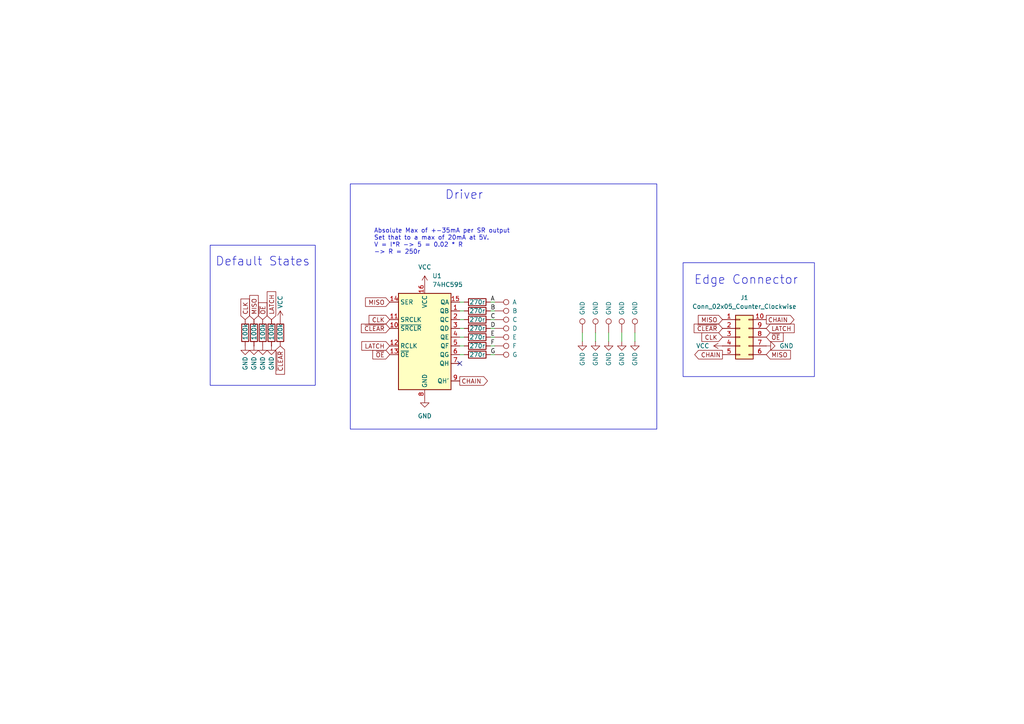
<source format=kicad_sch>
(kicad_sch (version 20231120) (generator "eeschema") (generator_version "8.0")
  (paper "A4")
  (title_block (title "RetroLite") (date "2025-01-11") (rev "B") (company "EEAN") (comment 1 "Ian Zanath"))
  (lib_symbols
    (symbol "74xx:74HC595"
      (property "Reference" "U" (at -7.62 13.97 0))
      (property "Value" "74HC595" (at -7.62 -16.51 0))
      (symbol "74HC595_1_0"
        (pin tri_state line (at 10.16 7.62 180) (length 2.54) (name "QB") (number "1"))
        (pin input line (at -10.16 2.54 0) (length 2.54) (name "~{SRCLR}") (number "10"))
        (pin input line (at -10.16 5.08 0) (length 2.54) (name "SRCLK") (number "11"))
        (pin input line (at -10.16 -2.54 0) (length 2.54) (name "RCLK") (number "12"))
        (pin input line (at -10.16 -5.08 0) (length 2.54) (name "~{OE}") (number "13"))
        (pin input line (at -10.16 10.16 0) (length 2.54) (name "SER") (number "14"))
        (pin tri_state line (at 10.16 10.16 180) (length 2.54) (name "QA") (number "15"))
        (pin power_in line (at 0 15.24 270) (length 2.54) (name "VCC") (number "16"))
        (pin tri_state line (at 10.16 5.08 180) (length 2.54) (name "QC") (number "2"))
        (pin tri_state line (at 10.16 2.54 180) (length 2.54) (name "QD") (number "3"))
        (pin tri_state line (at 10.16 0 180) (length 2.54) (name "QE") (number "4"))
        (pin tri_state line (at 10.16 -2.54 180) (length 2.54) (name "QF") (number "5"))
        (pin tri_state line (at 10.16 -5.08 180) (length 2.54) (name "QG") (number "6"))
        (pin tri_state line (at 10.16 -7.62 180) (length 2.54) (name "QH") (number "7"))
        (pin power_in line (at 0 -17.78 90) (length 2.54) (name "GND") (number "8"))
        (pin output line (at 10.16 -12.7 180) (length 2.54) (name "QH'") (number "9"))
      )
      (symbol "74HC595_1_1"
        (rectangle (start -7.62 12.7) (end 7.62 -15.24) (stroke (width 0.254)) (fill (type background)))
      )
    )
    (symbol "Connector:TestPoint" (pin_numbers hide) (pin_names (offset 0.762) hide)
      (property "Reference" "TP" (at 0 6.858 0))
      (property "Value" "TestPoint" (at 0 5.08 0))
      (symbol "TestPoint_0_1"
        (circle (center 0 3.302) (radius 0.762))
      )
      (symbol "TestPoint_1_1"
        (pin passive line (at 0 0 90) (length 2.54) (name "1") (number "1"))
      )
    )
    (symbol "Connector_Generic:Conn_02x05_Counter_Clockwise" (pin_names (offset 1.016) hide)
      (property "Reference" "J" (at 1.27 7.62 0))
      (property "Value" "Conn_02x05_Counter_Clockwise" (at 1.27 -7.62 0))
      (symbol "Conn_02x05_Counter_Clockwise_1_1"
        (rectangle (start -1.27 -4.953) (end 0 -5.207) (stroke (width 0.1524)))
        (rectangle (start -1.27 -2.413) (end 0 -2.667) (stroke (width 0.1524)))
        (rectangle (start -1.27 0.127) (end 0 -0.127) (stroke (width 0.1524)))
        (rectangle (start -1.27 2.667) (end 0 2.413) (stroke (width 0.1524)))
        (rectangle (start -1.27 5.207) (end 0 4.953) (stroke (width 0.1524)))
        (rectangle (start -1.27 6.35) (end 3.81 -6.35) (stroke (width 0.254)) (fill (type background)))
        (rectangle (start 3.81 -4.953) (end 2.54 -5.207) (stroke (width 0.1524)))
        (rectangle (start 3.81 -2.413) (end 2.54 -2.667) (stroke (width 0.1524)))
        (rectangle (start 3.81 0.127) (end 2.54 -0.127) (stroke (width 0.1524)))
        (rectangle (start 3.81 2.667) (end 2.54 2.413) (stroke (width 0.1524)))
        (rectangle (start 3.81 5.207) (end 2.54 4.953) (stroke (width 0.1524)))
        (pin passive line (at -5.08 5.08 0) (length 3.81) (name "Pin_1") (number "1"))
        (pin passive line (at 7.62 5.08 180) (length 3.81) (name "Pin_10") (number "10"))
        (pin passive line (at -5.08 2.54 0) (length 3.81) (name "Pin_2") (number "2"))
        (pin passive line (at -5.08 0 0) (length 3.81) (name "Pin_3") (number "3"))
        (pin passive line (at -5.08 -2.54 0) (length 3.81) (name "Pin_4") (number "4"))
        (pin passive line (at -5.08 -5.08 0) (length 3.81) (name "Pin_5") (number "5"))
        (pin passive line (at 7.62 -5.08 180) (length 3.81) (name "Pin_6") (number "6"))
        (pin passive line (at 7.62 -2.54 180) (length 3.81) (name "Pin_7") (number "7"))
        (pin passive line (at 7.62 0 180) (length 3.81) (name "Pin_8") (number "8"))
        (pin passive line (at 7.62 2.54 180) (length 3.81) (name "Pin_9") (number "9"))
      )
    )
    (symbol "Device:R" (pin_numbers hide) (pin_names (offset 0))
      (property "Reference" "R" (at 2.032 0 90))
      (property "Value" "R" (at 0 0 90))
      (symbol "R_0_1"
        (rectangle (start -1.016 -2.54) (end 1.016 2.54) (stroke (width 0.254)))
      )
      (symbol "R_1_1"
        (pin passive line (at 0 3.81 270) (length 1.27) (name "~") (number "1"))
        (pin passive line (at 0 -3.81 90) (length 1.27) (name "~") (number "2"))
      )
    )
    (symbol "power:GND" (power) (pin_numbers hide) (pin_names (offset 0) hide)
      (property "Value" "GND" (at 0 -3.81 0))
      (symbol "GND_0_1"
        (polyline (pts (xy 0 0) (xy 0 -1.27) (xy 1.27 -1.27) (xy 0 -2.54) (xy -1.27 -1.27) (xy 0 -1.27)))
      )
      (symbol "GND_1_1"
        (pin power_in line (at 0 0 270) (length 0) (name "~") (number "1"))
      )
    )
    (symbol "power:VCC" (power) (pin_numbers hide) (pin_names (offset 0) hide)
      (property "Value" "VCC" (at 0 3.556 0))
      (symbol "VCC_0_1"
        (polyline (pts (xy -0.762 1.27) (xy 0 2.54)))
        (polyline (pts (xy 0 0) (xy 0 2.54)))
        (polyline (pts (xy 0 2.54) (xy 0.762 1.27)))
      )
      (symbol "VCC_1_1"
        (pin power_in line (at 0 0 90) (length 0) (name "~") (number "1"))
      )
    )
  )
  (no_connect (at 133.35 105.41))
  (wire (pts (xy 133.35 95.25) (xy 134.62 95.25)))
  (wire (pts (xy 180.34 96.52) (xy 180.34 99.06)))
  (wire (pts (xy 133.35 87.63) (xy 134.62 87.63)))
  (wire (pts (xy 142.24 90.17) (xy 143.51 90.17)))
  (wire (pts (xy 133.35 90.17) (xy 134.62 90.17)))
  (wire (pts (xy 172.72 96.52) (xy 172.72 99.06)))
  (wire (pts (xy 133.35 97.79) (xy 134.62 97.79)))
  (wire (pts (xy 133.35 92.71) (xy 134.62 92.71)))
  (wire (pts (xy 184.15 96.52) (xy 184.15 99.06)))
  (wire (pts (xy 133.35 100.33) (xy 134.62 100.33)))
  (wire (pts (xy 168.91 96.52) (xy 168.91 99.06)))
  (wire (pts (xy 142.24 97.79) (xy 143.51 97.79)))
  (wire (pts (xy 133.35 102.87) (xy 134.62 102.87)))
  (wire (pts (xy 142.24 100.33) (xy 143.51 100.33)))
  (wire (pts (xy 142.24 102.87) (xy 143.51 102.87)))
  (wire (pts (xy 142.24 95.25) (xy 143.51 95.25)))
  (wire (pts (xy 142.24 87.63) (xy 143.51 87.63)))
  (wire (pts (xy 176.53 96.52) (xy 176.53 99.06)))
  (wire (pts (xy 142.24 92.71) (xy 143.51 92.71)))
  (rectangle (start 198.12 76.2) (end 236.22 109.22))
  (rectangle (start 60.96 71.12) (end 91.44 111.76))
  (rectangle (start 101.6 53.34) (end 190.5 124.46))
  (text "Default States" (at 76.2 75.946 0) (effects (font (size 2.54 2.54))))
  (text "Absolute Max of +-35mA per SR output\nSet that to a max of 20mA at 5V.\nV = I*R -> 5 = 0.02 * R\n-> R = 250r" (at 108.458 70.104 0) (effects (font (size 1.27 1.27)) (justify left)))
  (text "Driver" (at 134.62 56.642 0) (effects (font (size 2.54 2.54))))
  (text "Edge Connector" (at 216.408 81.28 0) (effects (font (size 2.54 2.54))))
  (label "B" (at 142.24 90.17 0))
  (label "F" (at 142.24 100.33 0))
  (label "D" (at 142.24 95.25 0))
  (label "E" (at 142.24 97.79 0))
  (label "A" (at 142.24 87.63 0))
  (label "G" (at 142.24 102.87 0))
  (label "C" (at 142.24 92.71 0))
  (global_label "MISO" (shape input) (at 209.55 92.71 180) (property "Intersheetrefs" "${INTERSHEET_REFS}" (effects (hide yes))))
  (global_label "CLK" (shape input) (at 209.55 97.79 180) (property "Intersheetrefs" "${INTERSHEET_REFS}" (effects (hide yes))))
  (global_label "LATCH" (shape input) (at 222.25 95.25 0) (property "Intersheetrefs" "${INTERSHEET_REFS}" (effects (hide yes))))
  (global_label "CHAIN" (shape output) (at 209.55 102.87 180) (property "Intersheetrefs" "${INTERSHEET_REFS}" (effects (hide yes))))
  (global_label "MISO" (shape input) (at 113.03 87.63 180) (property "Intersheetrefs" "${INTERSHEET_REFS}" (effects (hide yes))))
  (global_label "LATCH" (shape input) (at 78.74 92.71 90) (property "Intersheetrefs" "${INTERSHEET_REFS}" (effects (hide yes))))
  (global_label "~{OE}" (shape input) (at 222.25 97.79 0) (property "Intersheetrefs" "${INTERSHEET_REFS}" (effects (hide yes))))
  (global_label "MISO" (shape input) (at 73.66 92.71 90) (property "Intersheetrefs" "${INTERSHEET_REFS}" (effects (hide yes))))
  (global_label "~{CLEAR}" (shape input) (at 81.28 100.33 270) (property "Intersheetrefs" "${INTERSHEET_REFS}" (effects (hide yes))))
  (global_label "~{OE}" (shape input) (at 113.03 102.87 180) (property "Intersheetrefs" "${INTERSHEET_REFS}" (effects (hide yes))))
  (global_label "MISO" (shape input) (at 222.25 102.87 0) (property "Intersheetrefs" "${INTERSHEET_REFS}" (effects (hide yes))))
  (global_label "CLK" (shape input) (at 113.03 92.71 180) (property "Intersheetrefs" "${INTERSHEET_REFS}" (effects (hide yes))))
  (global_label "LATCH" (shape input) (at 113.03 100.33 180) (property "Intersheetrefs" "${INTERSHEET_REFS}" (effects (hide yes))))
  (global_label "~{OE}" (shape input) (at 76.2 92.71 90) (property "Intersheetrefs" "${INTERSHEET_REFS}" (effects (hide yes))))
  (global_label "CLK" (shape input) (at 71.12 92.71 90) (property "Intersheetrefs" "${INTERSHEET_REFS}" (effects (hide yes))))
  (global_label "CHAIN" (shape output) (at 222.25 92.71 0) (property "Intersheetrefs" "${INTERSHEET_REFS}" (effects (hide yes))))
  (global_label "CHAIN" (shape output) (at 133.35 110.49 0) (property "Intersheetrefs" "${INTERSHEET_REFS}" (effects (hide yes))))
  (global_label "~{CLEAR}" (shape input) (at 113.03 95.25 180) (property "Intersheetrefs" "${INTERSHEET_REFS}" (effects (hide yes))))
  (global_label "~{CLEAR}" (shape input) (at 209.55 95.25 180) (property "Intersheetrefs" "${INTERSHEET_REFS}" (effects (hide yes))))
  (symbol (lib_id "power:GND") (at 123.19 115.57 0) (unit 1)
    (property "Reference" "#PWR02" (effects (hide yes)))
    (property "Value" "GND" (at 123.19 120.65 0))
    (property "Description" "Power symbol creates a global label with name \"GND\" , ground" (effects (hide yes)))
  )
  (symbol (lib_id "Device:R") (at 138.43 92.71 90) (unit 1)
    (property "Reference" "R8" (effects (hide yes)))
    (property "Value" "270r" (at 138.43 92.71 90))
    (property "Footprint" "Resistor_SMD:R_0603_1608Metric" (effects (hide yes)))
    (property "Description" "Resistor" (effects (hide yes)))
  )
  (symbol (lib_id "Device:R") (at 73.66 96.52 180) (unit 1)
    (property "Reference" "R3" (effects (hide yes)))
    (property "Value" "100k" (at 73.66 96.266 90))
    (property "Footprint" "Resistor_SMD:R_0603_1608Metric" (effects (hide yes)))
    (property "Description" "Resistor" (effects (hide yes)))
  )
  (symbol (lib_id "Device:R") (at 138.43 95.25 90) (unit 1)
    (property "Reference" "R9" (effects (hide yes)))
    (property "Value" "270r" (at 138.43 95.25 90))
    (property "Footprint" "Resistor_SMD:R_0603_1608Metric" (effects (hide yes)))
    (property "Description" "Resistor" (effects (hide yes)))
  )
  (symbol (lib_id "Device:R") (at 76.2 96.52 180) (unit 1)
    (property "Reference" "R2" (effects (hide yes)))
    (property "Value" "100k" (at 76.2 96.266 90))
    (property "Footprint" "Resistor_SMD:R_0603_1608Metric" (effects (hide yes)))
    (property "Description" "Resistor" (effects (hide yes)))
  )
  (symbol (lib_id "Device:R") (at 138.43 102.87 90) (unit 1)
    (property "Reference" "R12" (effects (hide yes)))
    (property "Value" "270r" (at 138.43 102.87 90))
    (property "Footprint" "Resistor_SMD:R_0603_1608Metric" (effects (hide yes)))
    (property "Description" "Resistor" (effects (hide yes)))
  )
  (symbol (lib_id "Connector:TestPoint") (at 143.51 102.87 270) (unit 1)
    (property "Reference" "TP8" (effects (hide yes)))
    (property "Value" "G" (at 148.59 102.87 90) (effects (justify left)))
    (property "Footprint" "footprints:led_landing_pad" (effects (hide yes)))
    (property "Description" "test point" (effects (hide yes)))
  )
  (symbol (lib_id "power:GND") (at 172.72 99.06 0) (unit 1)
    (property "Reference" "#PWR09" (effects (hide yes)))
    (property "Value" "GND" (at 172.72 104.14 90))
    (property "Description" "Power symbol creates a global label with name \"GND\" , ground" (effects (hide yes)))
  )
  (symbol (lib_id "Connector:TestPoint") (at 143.51 97.79 270) (unit 1)
    (property "Reference" "TP6" (effects (hide yes)))
    (property "Value" "E" (at 148.59 97.79 90) (effects (justify left)))
    (property "Footprint" "footprints:led_landing_pad" (effects (hide yes)))
    (property "Description" "test point" (effects (hide yes)))
  )
  (symbol (lib_id "Device:R") (at 138.43 100.33 90) (unit 1)
    (property "Reference" "R11" (effects (hide yes)))
    (property "Value" "270r" (at 138.43 100.33 90))
    (property "Footprint" "Resistor_SMD:R_0603_1608Metric" (effects (hide yes)))
    (property "Description" "Resistor" (effects (hide yes)))
  )
  (symbol (lib_id "Connector:TestPoint") (at 168.91 96.52 0) (unit 1)
    (property "Reference" "TP9" (effects (hide yes)))
    (property "Value" "GND" (at 168.91 91.44 90) (effects (justify left)))
    (property "Footprint" "footprints:led_landing_pad" (effects (hide yes)))
    (property "Description" "test point" (effects (hide yes)))
  )
  (symbol (lib_id "power:GND") (at 222.25 100.33 90) (unit 1)
    (property "Reference" "#PWR014" (effects (hide yes)))
    (property "Value" "GND" (at 226.06 100.3299 90) (effects (justify right)))
    (property "Description" "Power symbol creates a global label with name \"GND\" , ground" (effects (hide yes)))
  )
  (symbol (lib_id "power:GND") (at 71.12 100.33 0) (unit 1)
    (property "Reference" "#PWR06" (effects (hide yes)))
    (property "Value" "GND" (at 71.12 105.41 90))
    (property "Description" "Power symbol creates a global label with name \"GND\" , ground" (effects (hide yes)))
  )
  (symbol (lib_id "Connector:TestPoint") (at 143.51 90.17 270) (unit 1)
    (property "Reference" "TP3" (effects (hide yes)))
    (property "Value" "B" (at 148.59 90.17 90) (effects (justify left)))
    (property "Footprint" "footprints:led_landing_pad" (effects (hide yes)))
    (property "Description" "test point" (effects (hide yes)))
  )
  (symbol (lib_id "power:GND") (at 176.53 99.06 0) (unit 1)
    (property "Reference" "#PWR010" (effects (hide yes)))
    (property "Value" "GND" (at 176.53 104.14 90))
    (property "Description" "Power symbol creates a global label with name \"GND\" , ground" (effects (hide yes)))
  )
  (symbol (lib_id "Device:R") (at 81.28 96.52 180) (unit 1)
    (property "Reference" "R5" (effects (hide yes)))
    (property "Value" "100k" (at 81.28 96.266 90))
    (property "Footprint" "Resistor_SMD:R_0603_1608Metric" (effects (hide yes)))
    (property "Description" "Resistor" (effects (hide yes)))
  )
  (symbol (lib_id "Device:R") (at 138.43 97.79 90) (unit 1)
    (property "Reference" "R10" (effects (hide yes)))
    (property "Value" "270r" (at 138.43 97.79 90))
    (property "Footprint" "Resistor_SMD:R_0603_1608Metric" (effects (hide yes)))
    (property "Description" "Resistor" (effects (hide yes)))
  )
  (symbol (lib_id "power:VCC") (at 209.55 100.33 90) (unit 1)
    (property "Reference" "#PWR013" (effects (hide yes)))
    (property "Value" "VCC" (at 205.74 100.3299 90) (effects (justify left)))
    (property "Description" "Power symbol creates a global label with name \"VCC\"" (effects (hide yes)))
  )
  (symbol (lib_id "power:GND") (at 78.74 100.33 0) (unit 1)
    (property "Reference" "#PWR05" (effects (hide yes)))
    (property "Value" "GND" (at 78.74 105.41 90))
    (property "Description" "Power symbol creates a global label with name \"GND\" , ground" (effects (hide yes)))
  )
  (symbol (lib_id "Connector_Generic:Conn_02x05_Counter_Clockwise") (at 214.63 97.79 0) (unit 1)
    (property "Reference" "J1" (at 215.9 86.36 0))
    (property "Value" "Conn_02x05_Counter_Clockwise" (at 215.9 88.9 0))
    (property "Footprint" "footprints:edge-2.54-10p" (effects (hide yes)))
    (property "Description" "Generic connector, double row, 02x05, counter clockwise pin numbering scheme (similar to DIP package numbering), script generated (kicad-library-utils/schlib/autogen/connector/)" (effects (hide yes)))
  )
  (symbol (lib_id "Device:R") (at 78.74 96.52 180) (unit 1)
    (property "Reference" "R1" (effects (hide yes)))
    (property "Value" "100k" (at 78.74 96.266 90))
    (property "Footprint" "Resistor_SMD:R_0603_1608Metric" (effects (hide yes)))
    (property "Description" "Resistor" (effects (hide yes)))
  )
  (symbol (lib_id "power:GND") (at 76.2 100.33 0) (unit 1)
    (property "Reference" "#PWR03" (effects (hide yes)))
    (property "Value" "GND" (at 76.2 105.41 90))
    (property "Description" "Power symbol creates a global label with name \"GND\" , ground" (effects (hide yes)))
  )
  (symbol (lib_id "power:GND") (at 168.91 99.06 0) (unit 1)
    (property "Reference" "#PWR08" (effects (hide yes)))
    (property "Value" "GND" (at 168.91 104.14 90))
    (property "Description" "Power symbol creates a global label with name \"GND\" , ground" (effects (hide yes)))
  )
  (symbol (lib_id "power:GND") (at 184.15 99.06 0) (unit 1)
    (property "Reference" "#PWR012" (effects (hide yes)))
    (property "Value" "GND" (at 184.15 104.14 90))
    (property "Description" "Power symbol creates a global label with name \"GND\" , ground" (effects (hide yes)))
  )
  (symbol (lib_id "Connector:TestPoint") (at 176.53 96.52 0) (unit 1)
    (property "Reference" "TP11" (effects (hide yes)))
    (property "Value" "GND" (at 176.53 91.44 90) (effects (justify left)))
    (property "Footprint" "footprints:led_landing_pad" (effects (hide yes)))
    (property "Description" "test point" (effects (hide yes)))
  )
  (symbol (lib_id "Device:R") (at 138.43 87.63 90) (unit 1)
    (property "Reference" "R6" (effects (hide yes)))
    (property "Value" "270r" (at 138.43 87.63 90))
    (property "Footprint" "Resistor_SMD:R_0603_1608Metric" (effects (hide yes)))
    (property "Description" "Resistor" (effects (hide yes)))
  )
  (symbol (lib_id "power:VCC") (at 81.28 92.71 0) (unit 1)
    (property "Reference" "#PWR07" (effects (hide yes)))
    (property "Value" "VCC" (at 81.28 87.63 90))
    (property "Description" "Power symbol creates a global label with name \"VCC\"" (effects (hide yes)))
  )
  (symbol (lib_id "74xx:74HC595") (at 123.19 97.79 0) (unit 1)
    (property "Reference" "U1" (at 125.3841 80.01 0) (effects (justify left)))
    (property "Value" "74HC595" (at 125.3841 82.55 0) (effects (justify left)))
    (property "Footprint" "Package_SO:SOIC-16_3.9x9.9mm_P1.27mm" (effects (hide yes)))
    (property "Datasheet" "http://www.ti.com/lit/ds/symlink/sn74hc595.pdf" (effects (hide yes)))
    (property "Description" "8-bit serial in/out Shift Register 3-State Outputs" (effects (hide yes)))
  )
  (symbol (lib_id "Device:R") (at 138.43 90.17 90) (unit 1)
    (property "Reference" "R7" (effects (hide yes)))
    (property "Value" "270r" (at 138.43 90.17 90))
    (property "Footprint" "Resistor_SMD:R_0603_1608Metric" (effects (hide yes)))
    (property "Description" "Resistor" (effects (hide yes)))
  )
  (symbol (lib_id "Connector:TestPoint") (at 180.34 96.52 0) (unit 1)
    (property "Reference" "TP12" (effects (hide yes)))
    (property "Value" "GND" (at 180.34 91.44 90) (effects (justify left)))
    (property "Footprint" "footprints:led_landing_pad" (effects (hide yes)))
    (property "Description" "test point" (effects (hide yes)))
  )
  (symbol (lib_id "Connector:TestPoint") (at 143.51 92.71 270) (unit 1)
    (property "Reference" "TP4" (effects (hide yes)))
    (property "Value" "C" (at 148.59 92.71 90) (effects (justify left)))
    (property "Footprint" "footprints:led_landing_pad" (effects (hide yes)))
    (property "Description" "test point" (effects (hide yes)))
  )
  (symbol (lib_id "Connector:TestPoint") (at 143.51 95.25 270) (unit 1)
    (property "Reference" "TP5" (effects (hide yes)))
    (property "Value" "D" (at 148.59 95.25 90) (effects (justify left)))
    (property "Footprint" "footprints:led_landing_pad" (effects (hide yes)))
    (property "Description" "test point" (effects (hide yes)))
  )
  (symbol (lib_id "Connector:TestPoint") (at 184.15 96.52 0) (unit 1)
    (property "Reference" "TP13" (effects (hide yes)))
    (property "Value" "GND" (at 184.15 91.44 90) (effects (justify left)))
    (property "Footprint" "footprints:led_landing_pad" (effects (hide yes)))
    (property "Description" "test point" (effects (hide yes)))
  )
  (symbol (lib_id "Connector:TestPoint") (at 143.51 100.33 270) (unit 1)
    (property "Reference" "TP7" (effects (hide yes)))
    (property "Value" "F" (at 148.59 100.33 90) (effects (justify left)))
    (property "Footprint" "footprints:led_landing_pad" (effects (hide yes)))
    (property "Description" "test point" (effects (hide yes)))
  )
  (symbol (lib_id "power:GND") (at 73.66 100.33 0) (unit 1)
    (property "Reference" "#PWR04" (effects (hide yes)))
    (property "Value" "GND" (at 73.66 105.41 90))
    (property "Description" "Power symbol creates a global label with name \"GND\" , ground" (effects (hide yes)))
  )
  (symbol (lib_id "Connector:TestPoint") (at 172.72 96.52 0) (unit 1)
    (property "Reference" "TP10" (effects (hide yes)))
    (property "Value" "GND" (at 172.72 91.44 90) (effects (justify left)))
    (property "Footprint" "footprints:led_landing_pad" (effects (hide yes)))
    (property "Description" "test point" (effects (hide yes)))
  )
  (symbol (lib_id "power:VCC") (at 123.19 82.55 0) (unit 1)
    (property "Reference" "#PWR01" (effects (hide yes)))
    (property "Value" "VCC" (at 123.19 77.47 0))
    (property "Description" "Power symbol creates a global label with name \"VCC\"" (effects (hide yes)))
  )
  (symbol (lib_id "Device:R") (at 71.12 96.52 180) (unit 1)
    (property "Reference" "R4" (effects (hide yes)))
    (property "Value" "100k" (at 71.12 96.266 90))
    (property "Footprint" "Resistor_SMD:R_0603_1608Metric" (effects (hide yes)))
    (property "Description" "Resistor" (effects (hide yes)))
  )
  (symbol (lib_id "Connector:TestPoint") (at 143.51 87.63 270) (unit 1)
    (property "Reference" "TP2" (effects (hide yes)))
    (property "Value" "A" (at 148.59 87.63 90) (effects (justify left)))
    (property "Footprint" "footprints:led_landing_pad" (effects (hide yes)))
    (property "Description" "test point" (effects (hide yes)))
  )
  (symbol (lib_id "power:GND") (at 180.34 99.06 0) (unit 1)
    (property "Reference" "#PWR011" (effects (hide yes)))
    (property "Value" "GND" (at 180.34 104.14 90))
    (property "Description" "Power symbol creates a global label with name \"GND\" , ground" (effects (hide yes)))
  )
)
</source>
